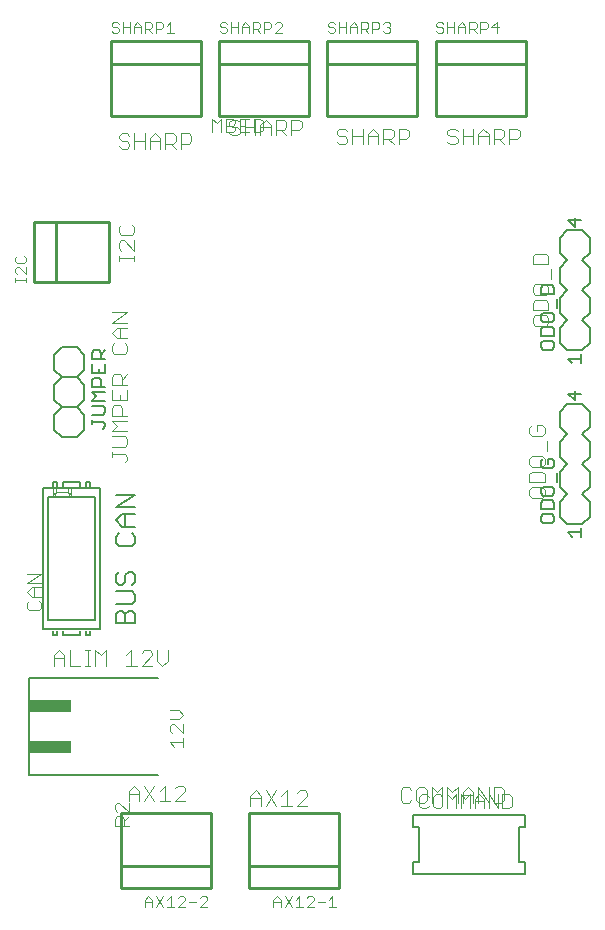
<source format=gto>
G75*
%MOIN*%
%OFA0B0*%
%FSLAX24Y24*%
%IPPOS*%
%LPD*%
%AMOC8*
5,1,8,0,0,1.08239X$1,22.5*
%
%ADD10C,0.0060*%
%ADD11C,0.0040*%
%ADD12C,0.0080*%
%ADD13C,0.0100*%
%ADD14C,0.0050*%
%ADD15R,0.1447X0.0413*%
D10*
X003612Y011586D02*
X003612Y011906D01*
X003719Y012013D01*
X003826Y012013D01*
X003933Y011906D01*
X003933Y011586D01*
X003933Y011906D02*
X004039Y012013D01*
X004146Y012013D01*
X004253Y011906D01*
X004253Y011586D01*
X003612Y011586D01*
X003612Y012230D02*
X004146Y012230D01*
X004253Y012337D01*
X004253Y012550D01*
X004146Y012657D01*
X003612Y012657D01*
X003719Y012875D02*
X003612Y012981D01*
X003612Y013195D01*
X003719Y013302D01*
X003933Y013195D02*
X003933Y012981D01*
X003826Y012875D01*
X003719Y012875D01*
X003933Y013195D02*
X004039Y013302D01*
X004146Y013302D01*
X004253Y013195D01*
X004253Y012981D01*
X004146Y012875D01*
X004146Y014164D02*
X003719Y014164D01*
X003612Y014270D01*
X003612Y014484D01*
X003719Y014591D01*
X003826Y014808D02*
X003612Y015022D01*
X003826Y015235D01*
X004253Y015235D01*
X004253Y015453D02*
X003612Y015453D01*
X004253Y015880D01*
X003612Y015880D01*
X003933Y015235D02*
X003933Y014808D01*
X003826Y014808D02*
X004253Y014808D01*
X004146Y014591D02*
X004253Y014484D01*
X004253Y014270D01*
X004146Y014164D01*
X002316Y017792D02*
X001816Y017792D01*
X001566Y018042D01*
X001566Y018542D01*
X001816Y018792D01*
X001566Y019042D01*
X001566Y019542D01*
X001816Y019792D01*
X001566Y020042D01*
X001566Y020542D01*
X001816Y020792D01*
X002316Y020792D01*
X002566Y020542D01*
X002566Y020042D01*
X002316Y019792D01*
X002566Y019542D01*
X002566Y019042D01*
X002316Y018792D01*
X002566Y018542D01*
X002566Y018042D01*
X002316Y017792D01*
X002316Y018792D02*
X001816Y018792D01*
X001816Y019792D02*
X002316Y019792D01*
X018409Y018652D02*
X018409Y018152D01*
X018659Y017902D01*
X018409Y017652D01*
X018409Y017152D01*
X018659Y016902D01*
X018409Y016652D01*
X018409Y016152D01*
X018659Y015902D01*
X018409Y015652D01*
X018409Y015152D01*
X018659Y014902D01*
X019159Y014902D01*
X019409Y015152D01*
X019409Y015652D01*
X019159Y015902D01*
X019409Y016152D01*
X019409Y016652D01*
X019159Y016902D01*
X019409Y017152D01*
X019409Y017652D01*
X019159Y017902D01*
X019409Y018152D01*
X019409Y018652D01*
X019159Y018902D01*
X018659Y018902D01*
X018409Y018652D01*
X018659Y020689D02*
X018409Y020939D01*
X018409Y021439D01*
X018659Y021689D01*
X018409Y021939D01*
X018409Y022439D01*
X018659Y022689D01*
X018409Y022939D01*
X018409Y023439D01*
X018659Y023689D01*
X018409Y023939D01*
X018409Y024439D01*
X018659Y024689D01*
X019159Y024689D01*
X019409Y024439D01*
X019409Y023939D01*
X019159Y023689D01*
X019409Y023439D01*
X019409Y022939D01*
X019159Y022689D01*
X019409Y022439D01*
X019409Y021939D01*
X019159Y021689D01*
X019409Y021439D01*
X019409Y020939D01*
X019159Y020689D01*
X018659Y020689D01*
D11*
X003578Y005082D02*
X003578Y004852D01*
X004039Y004852D01*
X003885Y004852D02*
X003885Y005082D01*
X003808Y005159D01*
X003655Y005159D01*
X003578Y005082D01*
X003655Y005312D02*
X003578Y005389D01*
X003578Y005542D01*
X003655Y005619D01*
X003732Y005619D01*
X004039Y005312D01*
X004039Y005619D01*
X004039Y005658D02*
X004039Y006005D01*
X004213Y006179D01*
X004386Y006005D01*
X004386Y005658D01*
X004555Y005658D02*
X004902Y006179D01*
X005070Y006005D02*
X005244Y006179D01*
X005244Y005658D01*
X005417Y005658D02*
X005070Y005658D01*
X004902Y005658D02*
X004555Y006179D01*
X004386Y005918D02*
X004039Y005918D01*
X004039Y005159D02*
X003885Y005005D01*
X004701Y002489D02*
X004821Y002368D01*
X004821Y002128D01*
X004950Y002128D02*
X005190Y002489D01*
X005318Y002368D02*
X005438Y002489D01*
X005438Y002128D01*
X005318Y002128D02*
X005558Y002128D01*
X005686Y002128D02*
X005926Y002368D01*
X005926Y002429D01*
X005866Y002489D01*
X005746Y002489D01*
X005686Y002429D01*
X005686Y002128D02*
X005926Y002128D01*
X006054Y002308D02*
X006295Y002308D01*
X006423Y002429D02*
X006483Y002489D01*
X006603Y002489D01*
X006663Y002429D01*
X006663Y002368D01*
X006423Y002128D01*
X006663Y002128D01*
X005190Y002128D02*
X004950Y002489D01*
X004821Y002308D02*
X004581Y002308D01*
X004581Y002368D02*
X004701Y002489D01*
X004581Y002368D02*
X004581Y002128D01*
X005586Y005658D02*
X005933Y006005D01*
X005933Y006092D01*
X005846Y006179D01*
X005673Y006179D01*
X005586Y006092D01*
X005586Y005658D02*
X005933Y005658D01*
X005869Y007474D02*
X005869Y007781D01*
X005869Y007934D02*
X005562Y008241D01*
X005486Y008241D01*
X005409Y008164D01*
X005409Y008011D01*
X005486Y007934D01*
X005409Y007627D02*
X005869Y007627D01*
X005869Y007934D02*
X005869Y008241D01*
X005716Y008395D02*
X005869Y008548D01*
X005716Y008702D01*
X005409Y008702D01*
X005409Y008395D02*
X005716Y008395D01*
X005409Y007627D02*
X005562Y007474D01*
X005166Y010178D02*
X005339Y010351D01*
X005339Y010698D01*
X004993Y010698D02*
X004993Y010351D01*
X005166Y010178D01*
X004824Y010178D02*
X004477Y010178D01*
X004824Y010525D01*
X004824Y010612D01*
X004737Y010698D01*
X004564Y010698D01*
X004477Y010612D01*
X004135Y010698D02*
X004135Y010178D01*
X004308Y010178D02*
X003961Y010178D01*
X003961Y010525D02*
X004135Y010698D01*
X003277Y010698D02*
X003277Y010178D01*
X002930Y010178D02*
X002930Y010698D01*
X003103Y010525D01*
X003277Y010698D01*
X002760Y010698D02*
X002586Y010698D01*
X002673Y010698D02*
X002673Y010178D01*
X002586Y010178D02*
X002760Y010178D01*
X002418Y010178D02*
X002071Y010178D01*
X002071Y010698D01*
X001902Y010525D02*
X001902Y010178D01*
X001902Y010438D02*
X001555Y010438D01*
X001555Y010525D02*
X001555Y010178D01*
X001555Y010525D02*
X001728Y010698D01*
X001902Y010525D01*
X001037Y012022D02*
X001113Y012099D01*
X001113Y012253D01*
X001037Y012329D01*
X001113Y012483D02*
X000806Y012483D01*
X000653Y012636D01*
X000806Y012790D01*
X001113Y012790D01*
X001113Y012943D02*
X000653Y012943D01*
X001113Y013250D01*
X000653Y013250D01*
X000883Y012790D02*
X000883Y012483D01*
X000730Y012329D02*
X000653Y012253D01*
X000653Y012099D01*
X000730Y012022D01*
X001037Y012022D01*
X001503Y015839D02*
X001503Y015957D01*
X001622Y015839D01*
X001582Y015918D02*
X001622Y015957D01*
X002015Y015957D01*
X002055Y015918D01*
X002015Y015957D02*
X002015Y016075D01*
X002133Y016075D02*
X002133Y015957D01*
X002015Y015839D01*
X002133Y015839D02*
X002133Y015957D01*
X001622Y015957D02*
X001622Y016075D01*
X001503Y016075D02*
X001503Y015957D01*
X003479Y017139D02*
X003479Y017312D01*
X003479Y017226D02*
X003912Y017226D01*
X003999Y017139D01*
X003999Y017052D01*
X003912Y016965D01*
X003912Y017481D02*
X003999Y017568D01*
X003999Y017741D01*
X003912Y017828D01*
X003479Y017828D01*
X003479Y017997D02*
X003652Y018170D01*
X003479Y018344D01*
X003999Y018344D01*
X003999Y018512D02*
X003479Y018512D01*
X003479Y018772D01*
X003565Y018859D01*
X003739Y018859D01*
X003826Y018772D01*
X003826Y018512D01*
X003739Y019028D02*
X003739Y019201D01*
X003999Y019028D02*
X003999Y019375D01*
X003999Y019543D02*
X003479Y019543D01*
X003479Y019804D01*
X003565Y019890D01*
X003739Y019890D01*
X003826Y019804D01*
X003826Y019543D01*
X003826Y019717D02*
X003999Y019890D01*
X003912Y020575D02*
X003565Y020575D01*
X003479Y020662D01*
X003479Y020835D01*
X003565Y020922D01*
X003652Y021090D02*
X003479Y021264D01*
X003652Y021437D01*
X003999Y021437D01*
X003999Y021606D02*
X003479Y021606D01*
X003999Y021953D01*
X003479Y021953D01*
X003739Y021437D02*
X003739Y021090D01*
X003652Y021090D02*
X003999Y021090D01*
X003912Y020922D02*
X003999Y020835D01*
X003999Y020662D01*
X003912Y020575D01*
X003479Y019375D02*
X003479Y019028D01*
X003999Y019028D01*
X003999Y017997D02*
X003479Y017997D01*
X003479Y017481D02*
X003912Y017481D01*
X000613Y022985D02*
X000613Y023105D01*
X000613Y023045D02*
X000253Y023045D01*
X000253Y022985D02*
X000253Y023105D01*
X000313Y023231D02*
X000253Y023291D01*
X000253Y023411D01*
X000313Y023471D01*
X000373Y023471D01*
X000613Y023231D01*
X000613Y023471D01*
X000553Y023599D02*
X000313Y023599D01*
X000253Y023659D01*
X000253Y023779D01*
X000313Y023839D01*
X000553Y023839D02*
X000613Y023779D01*
X000613Y023659D01*
X000553Y023599D01*
X003703Y023674D02*
X003703Y023847D01*
X003703Y023761D02*
X004224Y023761D01*
X004224Y023847D02*
X004224Y023674D01*
X004224Y024018D02*
X003877Y024365D01*
X003790Y024365D01*
X003703Y024278D01*
X003703Y024104D01*
X003790Y024018D01*
X003790Y024533D02*
X004137Y024533D01*
X004224Y024620D01*
X004224Y024794D01*
X004137Y024880D01*
X003790Y024880D02*
X003703Y024794D01*
X003703Y024620D01*
X003790Y024533D01*
X004224Y024365D02*
X004224Y024018D01*
X004233Y027409D02*
X004233Y027930D01*
X004064Y027843D02*
X003977Y027930D01*
X003804Y027930D01*
X003717Y027843D01*
X003717Y027756D01*
X003804Y027669D01*
X003977Y027669D01*
X004064Y027583D01*
X004064Y027496D01*
X003977Y027409D01*
X003804Y027409D01*
X003717Y027496D01*
X004233Y027669D02*
X004579Y027669D01*
X004748Y027669D02*
X005095Y027669D01*
X005095Y027756D02*
X005095Y027409D01*
X005264Y027409D02*
X005264Y027930D01*
X005524Y027930D01*
X005611Y027843D01*
X005611Y027669D01*
X005524Y027583D01*
X005264Y027583D01*
X005437Y027583D02*
X005611Y027409D01*
X005779Y027409D02*
X005779Y027930D01*
X006040Y027930D01*
X006126Y027843D01*
X006126Y027669D01*
X006040Y027583D01*
X005779Y027583D01*
X005095Y027756D02*
X004922Y027930D01*
X004748Y027756D01*
X004748Y027409D01*
X004579Y027409D02*
X004579Y027930D01*
X006823Y027953D02*
X006823Y028414D01*
X006976Y028260D01*
X007130Y028414D01*
X007130Y027953D01*
X007283Y027953D02*
X007513Y027953D01*
X007590Y028030D01*
X007590Y028107D01*
X007513Y028184D01*
X007283Y028184D01*
X007402Y028209D02*
X007489Y028122D01*
X007662Y028122D01*
X007749Y028035D01*
X007749Y027949D01*
X007662Y027862D01*
X007489Y027862D01*
X007402Y027949D01*
X007283Y027953D02*
X007283Y028414D01*
X007513Y028414D01*
X007590Y028337D01*
X007590Y028260D01*
X007513Y028184D01*
X007402Y028209D02*
X007402Y028296D01*
X007489Y028382D01*
X007662Y028382D01*
X007749Y028296D01*
X007743Y028184D02*
X007897Y028184D01*
X007918Y028122D02*
X008265Y028122D01*
X008433Y028122D02*
X008780Y028122D01*
X008780Y028209D02*
X008780Y027862D01*
X008949Y027862D02*
X008949Y028382D01*
X009209Y028382D01*
X009296Y028296D01*
X009296Y028122D01*
X009209Y028035D01*
X008949Y028035D01*
X009122Y028035D02*
X009296Y027862D01*
X009464Y027862D02*
X009464Y028382D01*
X009725Y028382D01*
X009811Y028296D01*
X009811Y028122D01*
X009725Y028035D01*
X009464Y028035D01*
X008780Y028209D02*
X008607Y028382D01*
X008433Y028209D01*
X008433Y027862D01*
X008434Y027953D02*
X008511Y028030D01*
X008511Y028337D01*
X008434Y028414D01*
X008204Y028414D01*
X008204Y027953D01*
X008434Y027953D01*
X008265Y027862D02*
X008265Y028382D01*
X008050Y028414D02*
X007743Y028414D01*
X007743Y027953D01*
X008050Y027953D01*
X007918Y027862D02*
X007918Y028382D01*
X007815Y031272D02*
X007815Y031513D01*
X007935Y031633D01*
X008055Y031513D01*
X008055Y031272D01*
X008183Y031272D02*
X008183Y031633D01*
X008364Y031633D01*
X008424Y031573D01*
X008424Y031453D01*
X008364Y031392D01*
X008183Y031392D01*
X008304Y031392D02*
X008424Y031272D01*
X008552Y031272D02*
X008552Y031633D01*
X008732Y031633D01*
X008792Y031573D01*
X008792Y031453D01*
X008732Y031392D01*
X008552Y031392D01*
X008920Y031272D02*
X009160Y031513D01*
X009160Y031573D01*
X009100Y031633D01*
X008980Y031633D01*
X008920Y031573D01*
X008920Y031272D02*
X009160Y031272D01*
X008055Y031453D02*
X007815Y031453D01*
X007687Y031453D02*
X007447Y031453D01*
X007319Y031392D02*
X007319Y031332D01*
X007259Y031272D01*
X007139Y031272D01*
X007079Y031332D01*
X007139Y031453D02*
X007259Y031453D01*
X007319Y031392D01*
X007447Y031272D02*
X007447Y031633D01*
X007319Y031573D02*
X007259Y031633D01*
X007139Y031633D01*
X007079Y031573D01*
X007079Y031513D01*
X007139Y031453D01*
X007687Y031633D02*
X007687Y031272D01*
X005554Y031272D02*
X005314Y031272D01*
X005434Y031272D02*
X005434Y031633D01*
X005314Y031513D01*
X005186Y031573D02*
X005186Y031453D01*
X005126Y031392D01*
X004945Y031392D01*
X004945Y031272D02*
X004945Y031633D01*
X005126Y031633D01*
X005186Y031573D01*
X004817Y031573D02*
X004817Y031453D01*
X004757Y031392D01*
X004577Y031392D01*
X004577Y031272D02*
X004577Y031633D01*
X004757Y031633D01*
X004817Y031573D01*
X004697Y031392D02*
X004817Y031272D01*
X004449Y031272D02*
X004449Y031513D01*
X004329Y031633D01*
X004209Y031513D01*
X004209Y031272D01*
X004081Y031272D02*
X004081Y031633D01*
X004081Y031453D02*
X003841Y031453D01*
X003712Y031392D02*
X003712Y031332D01*
X003652Y031272D01*
X003532Y031272D01*
X003472Y031332D01*
X003532Y031453D02*
X003472Y031513D01*
X003472Y031573D01*
X003532Y031633D01*
X003652Y031633D01*
X003712Y031573D01*
X003652Y031453D02*
X003712Y031392D01*
X003652Y031453D02*
X003532Y031453D01*
X003841Y031633D02*
X003841Y031272D01*
X004209Y031453D02*
X004449Y031453D01*
X010685Y031513D02*
X010685Y031573D01*
X010745Y031633D01*
X010865Y031633D01*
X010925Y031573D01*
X010865Y031453D02*
X010745Y031453D01*
X010685Y031513D01*
X010685Y031332D02*
X010745Y031272D01*
X010865Y031272D01*
X010925Y031332D01*
X010925Y031392D01*
X010865Y031453D01*
X011053Y031453D02*
X011293Y031453D01*
X011421Y031453D02*
X011662Y031453D01*
X011662Y031513D02*
X011662Y031272D01*
X011790Y031272D02*
X011790Y031633D01*
X011970Y031633D01*
X012030Y031573D01*
X012030Y031453D01*
X011970Y031392D01*
X011790Y031392D01*
X011910Y031392D02*
X012030Y031272D01*
X012158Y031272D02*
X012158Y031633D01*
X012338Y031633D01*
X012398Y031573D01*
X012398Y031453D01*
X012338Y031392D01*
X012158Y031392D01*
X012526Y031332D02*
X012586Y031272D01*
X012707Y031272D01*
X012767Y031332D01*
X012767Y031392D01*
X012707Y031453D01*
X012647Y031453D01*
X012707Y031453D02*
X012767Y031513D01*
X012767Y031573D01*
X012707Y031633D01*
X012586Y031633D01*
X012526Y031573D01*
X011662Y031513D02*
X011542Y031633D01*
X011421Y031513D01*
X011421Y031272D01*
X011293Y031272D02*
X011293Y031633D01*
X011053Y031633D02*
X011053Y031272D01*
X011063Y028083D02*
X010977Y027996D01*
X010977Y027910D01*
X011063Y027823D01*
X011237Y027823D01*
X011324Y027736D01*
X011324Y027650D01*
X011237Y027563D01*
X011063Y027563D01*
X010977Y027650D01*
X011063Y028083D02*
X011237Y028083D01*
X011324Y027996D01*
X011492Y028083D02*
X011492Y027563D01*
X011492Y027823D02*
X011839Y027823D01*
X012008Y027823D02*
X012355Y027823D01*
X012355Y027910D02*
X012355Y027563D01*
X012524Y027563D02*
X012524Y028083D01*
X012784Y028083D01*
X012871Y027996D01*
X012871Y027823D01*
X012784Y027736D01*
X012524Y027736D01*
X012697Y027736D02*
X012871Y027563D01*
X013039Y027563D02*
X013039Y028083D01*
X013299Y028083D01*
X013386Y027996D01*
X013386Y027823D01*
X013299Y027736D01*
X013039Y027736D01*
X012355Y027910D02*
X012181Y028083D01*
X012008Y027910D01*
X012008Y027563D01*
X011839Y027563D02*
X011839Y028083D01*
X014351Y031272D02*
X014291Y031332D01*
X014351Y031272D02*
X014471Y031272D01*
X014531Y031332D01*
X014531Y031392D01*
X014471Y031453D01*
X014351Y031453D01*
X014291Y031513D01*
X014291Y031573D01*
X014351Y031633D01*
X014471Y031633D01*
X014531Y031573D01*
X014659Y031633D02*
X014659Y031272D01*
X014659Y031453D02*
X014900Y031453D01*
X015028Y031453D02*
X015268Y031453D01*
X015268Y031513D02*
X015268Y031272D01*
X015396Y031272D02*
X015396Y031633D01*
X015576Y031633D01*
X015636Y031573D01*
X015636Y031453D01*
X015576Y031392D01*
X015396Y031392D01*
X015516Y031392D02*
X015636Y031272D01*
X015764Y031272D02*
X015764Y031633D01*
X015945Y031633D01*
X016005Y031573D01*
X016005Y031453D01*
X015945Y031392D01*
X015764Y031392D01*
X016133Y031453D02*
X016373Y031453D01*
X016313Y031633D02*
X016313Y031272D01*
X016133Y031453D02*
X016313Y031633D01*
X015268Y031513D02*
X015148Y031633D01*
X015028Y031513D01*
X015028Y031272D01*
X014900Y031272D02*
X014900Y031633D01*
X014922Y028083D02*
X014748Y028083D01*
X014662Y027996D01*
X014662Y027910D01*
X014748Y027823D01*
X014922Y027823D01*
X015009Y027736D01*
X015009Y027650D01*
X014922Y027563D01*
X014748Y027563D01*
X014662Y027650D01*
X015009Y027996D02*
X014922Y028083D01*
X015177Y028083D02*
X015177Y027563D01*
X015177Y027823D02*
X015524Y027823D01*
X015693Y027823D02*
X016040Y027823D01*
X016040Y027910D02*
X016040Y027563D01*
X016209Y027563D02*
X016209Y028083D01*
X016469Y028083D01*
X016556Y027996D01*
X016556Y027823D01*
X016469Y027736D01*
X016209Y027736D01*
X016382Y027736D02*
X016556Y027563D01*
X016724Y027563D02*
X016724Y028083D01*
X016985Y028083D01*
X017071Y027996D01*
X017071Y027823D01*
X016985Y027736D01*
X016724Y027736D01*
X016040Y027910D02*
X015867Y028083D01*
X015693Y027910D01*
X015693Y027563D01*
X015524Y027563D02*
X015524Y028083D01*
X017590Y023919D02*
X017503Y023832D01*
X017503Y023572D01*
X018024Y023572D01*
X018024Y023832D01*
X017937Y023919D01*
X017590Y023919D01*
X018110Y023403D02*
X018110Y023056D01*
X017937Y022887D02*
X017590Y022887D01*
X017503Y022801D01*
X017503Y022627D01*
X017590Y022540D01*
X017937Y022540D01*
X018024Y022627D01*
X018024Y022801D01*
X017937Y022887D01*
X017937Y022372D02*
X017590Y022372D01*
X017503Y022285D01*
X017503Y022025D01*
X018024Y022025D01*
X018024Y022285D01*
X017937Y022372D01*
X017937Y021856D02*
X017590Y021856D01*
X017503Y021769D01*
X017503Y021596D01*
X017590Y021509D01*
X017937Y021509D01*
X018024Y021596D01*
X018024Y021769D01*
X017937Y021856D01*
X017827Y018190D02*
X017653Y018190D01*
X017653Y018017D01*
X017480Y018190D02*
X017393Y018104D01*
X017393Y017930D01*
X017480Y017843D01*
X017827Y017843D01*
X017913Y017930D01*
X017913Y018104D01*
X017827Y018190D01*
X018000Y017675D02*
X018000Y017328D01*
X017827Y017159D02*
X017480Y017159D01*
X017393Y017072D01*
X017393Y016899D01*
X017480Y016812D01*
X017827Y016812D01*
X017913Y016899D01*
X017913Y017072D01*
X017827Y017159D01*
X017827Y016643D02*
X017480Y016643D01*
X017393Y016557D01*
X017393Y016296D01*
X017913Y016296D01*
X017913Y016557D01*
X017827Y016643D01*
X017827Y016128D02*
X017480Y016128D01*
X017393Y016041D01*
X017393Y015868D01*
X017480Y015781D01*
X017827Y015781D01*
X017913Y015868D01*
X017913Y016041D01*
X017827Y016128D01*
X016468Y006131D02*
X016208Y006131D01*
X016208Y005611D01*
X016468Y005611D01*
X016555Y005698D01*
X016555Y006045D01*
X016468Y006131D01*
X016496Y005890D02*
X016727Y005890D01*
X016803Y005814D01*
X016803Y005507D01*
X016727Y005430D01*
X016496Y005430D01*
X016496Y005890D01*
X016343Y005890D02*
X016343Y005430D01*
X016036Y005890D01*
X016036Y005430D01*
X015883Y005430D02*
X015883Y005737D01*
X015729Y005890D01*
X015576Y005737D01*
X015576Y005430D01*
X015422Y005430D02*
X015422Y005890D01*
X015269Y005737D01*
X015115Y005890D01*
X015115Y005430D01*
X014962Y005430D02*
X014962Y005890D01*
X014808Y005737D01*
X014655Y005890D01*
X014655Y005430D01*
X014501Y005507D02*
X014501Y005814D01*
X014425Y005890D01*
X014271Y005890D01*
X014194Y005814D01*
X014194Y005507D01*
X014271Y005430D01*
X014425Y005430D01*
X014501Y005507D01*
X014492Y005611D02*
X014492Y006131D01*
X014319Y005958D01*
X014145Y006131D01*
X014145Y005611D01*
X014041Y005507D02*
X013964Y005430D01*
X013811Y005430D01*
X013734Y005507D01*
X013734Y005814D01*
X013811Y005890D01*
X013964Y005890D01*
X014041Y005814D01*
X013977Y005698D02*
X013977Y006045D01*
X013890Y006131D01*
X013716Y006131D01*
X013630Y006045D01*
X013630Y005698D01*
X013716Y005611D01*
X013890Y005611D01*
X013977Y005698D01*
X013461Y005698D02*
X013374Y005611D01*
X013201Y005611D01*
X013114Y005698D01*
X013114Y006045D01*
X013201Y006131D01*
X013374Y006131D01*
X013461Y006045D01*
X014661Y006131D02*
X014661Y005611D01*
X014834Y005958D02*
X015008Y006131D01*
X015008Y005611D01*
X015177Y005611D02*
X015177Y005958D01*
X015350Y006131D01*
X015523Y005958D01*
X015523Y005611D01*
X015576Y005660D02*
X015883Y005660D01*
X016039Y005611D02*
X016039Y006131D01*
X015692Y006131D02*
X015692Y005611D01*
X015523Y005871D02*
X015177Y005871D01*
X014834Y005958D02*
X014661Y006131D01*
X015692Y006131D02*
X016039Y005611D01*
X010950Y002128D02*
X010710Y002128D01*
X010830Y002128D02*
X010830Y002489D01*
X010710Y002368D01*
X010582Y002308D02*
X010342Y002308D01*
X010214Y002368D02*
X010214Y002429D01*
X010154Y002489D01*
X010034Y002489D01*
X009974Y002429D01*
X010214Y002368D02*
X009974Y002128D01*
X010214Y002128D01*
X009845Y002128D02*
X009605Y002128D01*
X009725Y002128D02*
X009725Y002489D01*
X009605Y002368D01*
X009477Y002489D02*
X009237Y002128D01*
X009109Y002128D02*
X009109Y002368D01*
X008989Y002489D01*
X008869Y002368D01*
X008869Y002128D01*
X008869Y002308D02*
X009109Y002308D01*
X009237Y002489D02*
X009477Y002128D01*
X009480Y005505D02*
X009133Y005505D01*
X008965Y005505D02*
X008618Y006025D01*
X008449Y005852D02*
X008449Y005505D01*
X008618Y005505D02*
X008965Y006025D01*
X009133Y005852D02*
X009307Y006025D01*
X009307Y005505D01*
X009649Y005505D02*
X009996Y005852D01*
X009996Y005938D01*
X009909Y006025D01*
X009736Y006025D01*
X009649Y005938D01*
X009649Y005505D02*
X009996Y005505D01*
X008449Y005765D02*
X008102Y005765D01*
X008102Y005852D02*
X008276Y006025D01*
X008449Y005852D01*
X008102Y005852D02*
X008102Y005505D01*
D12*
X005015Y006532D02*
X000724Y006532D01*
X000724Y009760D01*
X005015Y009760D01*
X003078Y011390D02*
X003078Y016115D01*
X001188Y016115D01*
X001188Y011390D01*
X003078Y011390D01*
X002921Y011705D02*
X002921Y015800D01*
X001346Y015800D01*
X001346Y011705D01*
X002921Y011705D01*
X002763Y011351D02*
X002763Y011193D01*
X002606Y011193D01*
X002606Y011351D01*
X002409Y011351D02*
X002409Y011193D01*
X001858Y011193D01*
X001858Y011351D01*
X001661Y011351D02*
X001661Y011193D01*
X001503Y011193D01*
X001503Y011351D01*
X001503Y016154D02*
X001503Y016311D01*
X001661Y016311D01*
X001661Y016154D01*
X001858Y016154D02*
X001858Y016311D01*
X002409Y016311D01*
X002409Y016154D01*
X002606Y016154D02*
X002606Y016311D01*
X002763Y016311D01*
X002763Y016154D01*
D13*
X003383Y022965D02*
X001633Y022965D01*
X001633Y024965D01*
X003383Y024965D01*
X003383Y022965D01*
X001633Y022965D02*
X000883Y022965D01*
X000883Y024965D01*
X001633Y024965D01*
X003452Y028502D02*
X003452Y030252D01*
X006452Y030252D01*
X006452Y028502D01*
X003452Y028502D01*
X003452Y030252D02*
X003452Y031002D01*
X006452Y031002D01*
X006452Y030252D01*
X007059Y030252D02*
X007059Y031002D01*
X010059Y031002D01*
X010059Y030252D01*
X007059Y030252D01*
X007059Y028502D01*
X010059Y028502D01*
X010059Y030252D01*
X010665Y030252D02*
X010665Y031002D01*
X013665Y031002D01*
X013665Y030252D01*
X010665Y030252D01*
X010665Y028502D01*
X013665Y028502D01*
X013665Y030252D01*
X014271Y030252D02*
X014271Y031002D01*
X017271Y031002D01*
X017271Y030252D01*
X014271Y030252D01*
X014271Y028502D01*
X017271Y028502D01*
X017271Y030252D01*
X011059Y005258D02*
X008059Y005258D01*
X008059Y003508D01*
X011059Y003508D01*
X011059Y002758D01*
X008059Y002758D01*
X008059Y003508D01*
X006771Y003508D02*
X006771Y002758D01*
X003771Y002758D01*
X003771Y003508D01*
X006771Y003508D01*
X006771Y005258D01*
X003771Y005258D01*
X003771Y003508D01*
X011059Y003508D02*
X011059Y005258D01*
D14*
X013517Y005213D02*
X013517Y004819D01*
X013714Y004819D01*
X013714Y003638D01*
X013517Y003638D01*
X013517Y003245D01*
X017242Y003245D01*
X017242Y003638D01*
X017045Y003638D01*
X017045Y004819D01*
X017242Y004819D01*
X017242Y005213D01*
X013517Y005213D01*
X018834Y014477D02*
X018684Y014627D01*
X019134Y014627D01*
X019134Y014477D02*
X019134Y014777D01*
X018234Y015002D02*
X018234Y015152D01*
X018159Y015227D01*
X017859Y015227D01*
X017784Y015152D01*
X017784Y015002D01*
X017859Y014927D01*
X018159Y014927D01*
X018234Y015002D01*
X018234Y015387D02*
X018234Y015613D01*
X018159Y015688D01*
X017859Y015688D01*
X017784Y015613D01*
X017784Y015387D01*
X018234Y015387D01*
X018159Y015848D02*
X018234Y015923D01*
X018234Y016073D01*
X018159Y016148D01*
X017859Y016148D01*
X017784Y016073D01*
X017784Y015923D01*
X017859Y015848D01*
X018159Y015848D01*
X018309Y016308D02*
X018309Y016608D01*
X018159Y016769D02*
X018234Y016844D01*
X018234Y016994D01*
X018159Y017069D01*
X018009Y017069D01*
X018009Y016919D01*
X017859Y017069D02*
X017784Y016994D01*
X017784Y016844D01*
X017859Y016769D01*
X018159Y016769D01*
X018909Y019027D02*
X018909Y019327D01*
X019134Y019252D02*
X018684Y019252D01*
X018909Y019027D01*
X018834Y020264D02*
X018684Y020415D01*
X019134Y020415D01*
X019134Y020565D02*
X019134Y020264D01*
X018234Y020789D02*
X018234Y020940D01*
X018159Y021015D01*
X017859Y021015D01*
X017784Y020940D01*
X017784Y020789D01*
X017859Y020714D01*
X018159Y020714D01*
X018234Y020789D01*
X018234Y021175D02*
X018234Y021400D01*
X018159Y021475D01*
X017859Y021475D01*
X017784Y021400D01*
X017784Y021175D01*
X018234Y021175D01*
X018159Y021635D02*
X018234Y021710D01*
X018234Y021860D01*
X018159Y021935D01*
X017859Y021935D01*
X017784Y021860D01*
X017784Y021710D01*
X017859Y021635D01*
X018159Y021635D01*
X018309Y022096D02*
X018309Y022396D01*
X018234Y022556D02*
X018234Y022781D01*
X018159Y022856D01*
X017859Y022856D01*
X017784Y022781D01*
X017784Y022556D01*
X018234Y022556D01*
X018909Y024814D02*
X018909Y025115D01*
X019134Y025040D02*
X018684Y025040D01*
X018909Y024814D01*
X003261Y020687D02*
X003111Y020536D01*
X003111Y020612D02*
X003111Y020386D01*
X003261Y020386D02*
X002811Y020386D01*
X002811Y020612D01*
X002886Y020687D01*
X003036Y020687D01*
X003111Y020612D01*
X003261Y020226D02*
X003261Y019926D01*
X002811Y019926D01*
X002811Y020226D01*
X003036Y020076D02*
X003036Y019926D01*
X003036Y019766D02*
X003111Y019691D01*
X003111Y019466D01*
X003261Y019466D02*
X002811Y019466D01*
X002811Y019691D01*
X002886Y019766D01*
X003036Y019766D01*
X002811Y019305D02*
X003261Y019305D01*
X003261Y019005D02*
X002811Y019005D01*
X002961Y019155D01*
X002811Y019305D01*
X002811Y018845D02*
X003186Y018845D01*
X003261Y018770D01*
X003261Y018620D01*
X003186Y018545D01*
X002811Y018545D01*
X002811Y018385D02*
X002811Y018235D01*
X002811Y018310D02*
X003186Y018310D01*
X003261Y018235D01*
X003261Y018159D01*
X003186Y018084D01*
D15*
X001428Y008835D03*
X001428Y007457D03*
M02*

</source>
